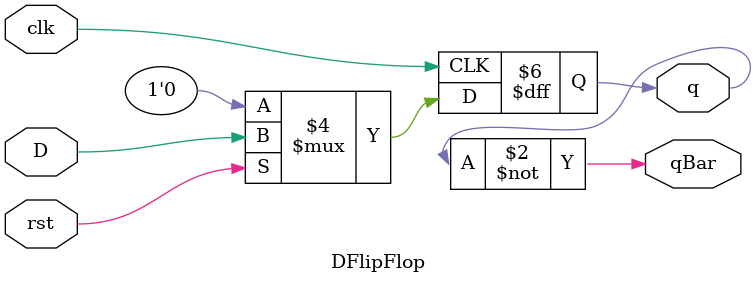
<source format=v>
module DFlipFlop(q, qBar, D, clk, rst);
	input D, clk, rst;
	output q, qBar;
	reg q;
	not n1 (qBar, q);
		always@ (posedge clk) // Reset needs to be synchronous
		begin  // Statements need to be non-blocking
			if(rst)
				q <= D;
			else
				q <= 0;
		end
endmodule
</source>
